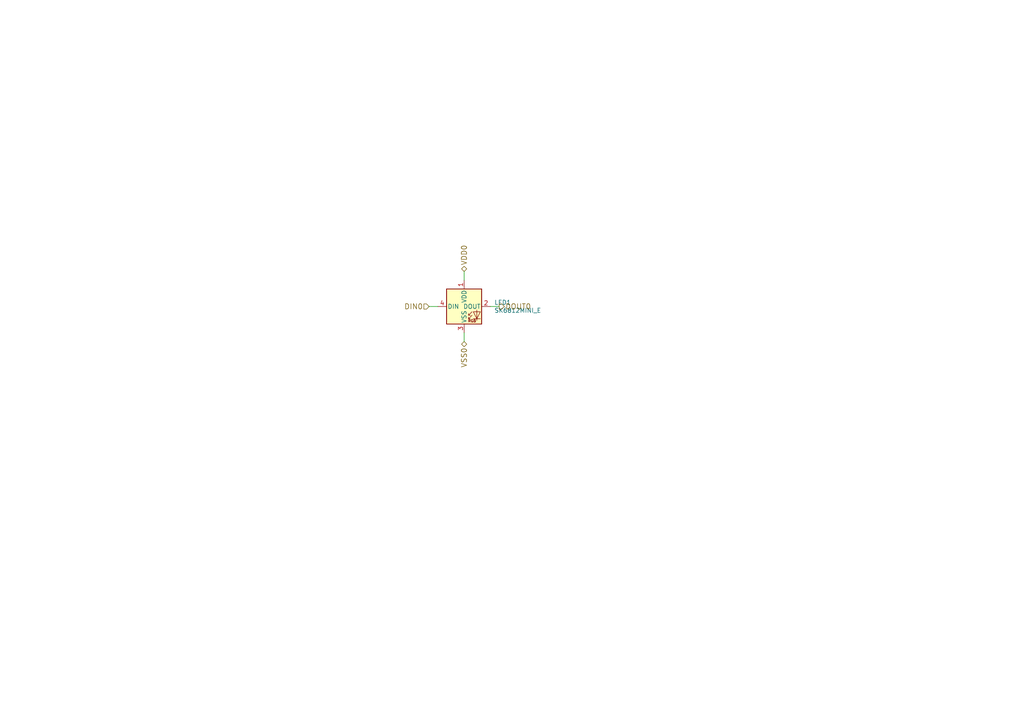
<source format=kicad_sch>
(kicad_sch (version 20230121) (generator eeschema)
  (paper "A4")
  (lib_symbols
    (symbol "amoeba-king-rescue:SK6812MINI_E-amoeba-royale-rescue" (pin_names (offset 0.254))
      (property "Reference" "D" (at 5.08 5.715 0))
      (property "Value" "SK6812MINI_E-amoeba-royale-rescue" (at 1.27 -5.715 0))
      (symbol "SK6812MINI_E-amoeba-royale-rescue_0_0"
        (text "RGB" (at 2.286 -4.191 0) (effects (font (size 0.762 0.762))))
      )
      (symbol "SK6812MINI_E-amoeba-royale-rescue_0_1"
        (polyline (pts (xy 1.27 -3.556) (xy 1.778 -3.556)))
        (polyline (pts (xy 1.27 -2.54) (xy 1.778 -2.54)))
        (polyline (pts (xy 4.699 -3.556) (xy 2.667 -3.556)))
        (polyline (pts (xy 2.286 -2.54) (xy 1.27 -3.556) (xy 1.27 -3.048)))
        (polyline (pts (xy 2.286 -1.524) (xy 1.27 -2.54) (xy 1.27 -2.032)))
        (polyline (pts (xy 3.683 -1.016) (xy 3.683 -3.556) (xy 3.683 -4.064)))
        (polyline (pts (xy 4.699 -1.524) (xy 2.667 -1.524) (xy 3.683 -3.556) (xy 4.699 -1.524)))
        (rectangle (start 5.08 5.08) (end -5.08 -5.08) (stroke (width 0.254)) (fill (type background)))
      )
      (symbol "SK6812MINI_E-amoeba-royale-rescue_1_1"
        (pin power_in line (at 0 7.62 270) (length 2.54) (name "VDD") (number "1"))
        (pin output line (at 7.62 0 180) (length 2.54) (name "DOUT") (number "2"))
        (pin power_out line (at 0 -7.62 90) (length 2.54) (name "VSS") (number "3"))
        (pin input line (at -7.62 0 0) (length 2.54) (name "DIN") (number "4"))
      )
    )
  )
  (wire (pts (xy 124.46 88.9) (xy 127 88.9)))
  (wire (pts (xy 134.62 78.74) (xy 134.62 81.28)))
  (wire (pts (xy 142.24 88.9) (xy 144.78 88.9)))
  (wire (pts (xy 134.62 96.52) (xy 134.62 99.06)))
  (hierarchical_label "DOUT0" (shape output) (at 144.78 88.9 0) (effects (font (size 1.524 1.524))))
  (hierarchical_label "VSS0" (shape bidirectional) (at 134.62 99.06 270) (effects (font (size 1.524 1.524))))
  (hierarchical_label "DIN0" (shape input) (at 124.46 88.9 180) (effects (font (size 1.524 1.524))))
  (hierarchical_label "VDD0" (shape bidirectional) (at 134.62 78.74 90) (effects (font (size 1.524 1.524))))
  (symbol (lib_id "amoeba-king-rescue:SK6812MINI_E-amoeba-royale-rescue") (at 134.62 88.9 0) (unit 1)
    (property "Reference" "LED1" (at 143.3576 87.7316 0) (effects (justify left)))
    (property "Value" "SK6812MINI_E" (at 143.3576 90.043 0) (effects (justify left)))
    (property "Footprint" "amoeba-modules:LED_SK6812MINI_E_PLCC4_3.2x2.8mm_Shine_Through" (effects hide))
    (property "Datasheet" "https://cdn-shop.adafruit.com/product-files/2686/SK6812MINI_REV.01-1-2.pdf" (effects hide))
  )
)
</source>
